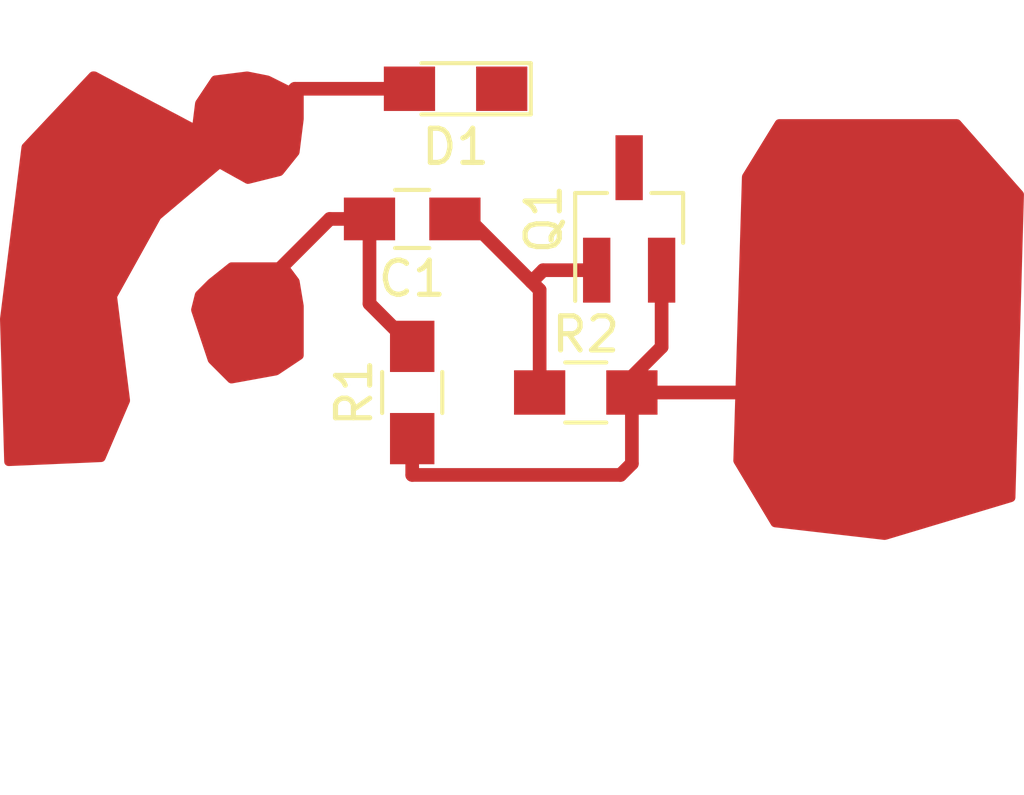
<source format=kicad_pcb>
(kicad_pcb (version 4) (host pcbnew 4.0.6)

  (general
    (links 7)
    (no_connects 2)
    (area 0 0 0 0)
    (thickness 1.6)
    (drawings 1)
    (tracks 21)
    (zones 0)
    (modules 5)
    (nets 5)
  )

  (page A4)
  (layers
    (0 F.Cu signal)
    (31 B.Cu signal)
    (32 B.Adhes user)
    (33 F.Adhes user)
    (34 B.Paste user)
    (35 F.Paste user)
    (36 B.SilkS user)
    (37 F.SilkS user)
    (38 B.Mask user)
    (39 F.Mask user)
    (40 Dwgs.User user)
    (41 Cmts.User user)
    (42 Eco1.User user)
    (43 Eco2.User user)
    (44 Edge.Cuts user)
    (45 Margin user)
    (46 B.CrtYd user)
    (47 F.CrtYd user)
    (48 B.Fab user)
    (49 F.Fab user)
  )

  (setup
    (last_trace_width 0.4)
    (trace_clearance 0.4)
    (zone_clearance 0.508)
    (zone_45_only no)
    (trace_min 0.2)
    (segment_width 0.2)
    (edge_width 0.15)
    (via_size 0.6)
    (via_drill 0.4)
    (via_min_size 0.4)
    (via_min_drill 0.3)
    (uvia_size 0.3)
    (uvia_drill 0.1)
    (uvias_allowed no)
    (uvia_min_size 0.2)
    (uvia_min_drill 0.1)
    (pcb_text_width 0.3)
    (pcb_text_size 1.5 1.5)
    (mod_edge_width 0.15)
    (mod_text_size 1 1)
    (mod_text_width 0.15)
    (pad_size 1.524 1.524)
    (pad_drill 0.762)
    (pad_to_mask_clearance 0.2)
    (aux_axis_origin 0 0)
    (visible_elements FFFFFF7F)
    (pcbplotparams
      (layerselection 0x00030_80000001)
      (usegerberextensions false)
      (excludeedgelayer true)
      (linewidth 0.100000)
      (plotframeref false)
      (viasonmask false)
      (mode 1)
      (useauxorigin false)
      (hpglpennumber 1)
      (hpglpenspeed 20)
      (hpglpendiameter 15)
      (hpglpenoverlay 2)
      (psnegative false)
      (psa4output false)
      (plotreference true)
      (plotvalue true)
      (plotinvisibletext false)
      (padsonsilk false)
      (subtractmaskfromsilk false)
      (outputformat 1)
      (mirror false)
      (drillshape 1)
      (scaleselection 1)
      (outputdirectory ""))
  )

  (net 0 "")
  (net 1 "Net-(C1-Pad1)")
  (net 2 IN)
  (net 3 OUT)
  (net 4 GND)

  (net_class Default "Это класс цепей по умолчанию."
    (clearance 0.4)
    (trace_width 0.4)
    (via_dia 0.6)
    (via_drill 0.4)
    (uvia_dia 0.3)
    (uvia_drill 0.1)
    (add_net GND)
    (add_net IN)
    (add_net "Net-(C1-Pad1)")
    (add_net OUT)
  )

  (module Capacitors_SMD:C_0805_HandSoldering (layer F.Cu) (tedit 58AA84A8) (tstamp 5A3932A5)
    (at 149.86 105.41 180)
    (descr "Capacitor SMD 0805, hand soldering")
    (tags "capacitor 0805")
    (path /5A392DB9)
    (attr smd)
    (fp_text reference C1 (at 0 -1.75 180) (layer F.SilkS)
      (effects (font (size 1 1) (thickness 0.15)))
    )
    (fp_text value C (at 0 1.75 180) (layer F.Fab)
      (effects (font (size 1 1) (thickness 0.15)))
    )
    (fp_text user %R (at 0 -1.75 180) (layer F.Fab)
      (effects (font (size 1 1) (thickness 0.15)))
    )
    (fp_line (start -1 0.62) (end -1 -0.62) (layer F.Fab) (width 0.1))
    (fp_line (start 1 0.62) (end -1 0.62) (layer F.Fab) (width 0.1))
    (fp_line (start 1 -0.62) (end 1 0.62) (layer F.Fab) (width 0.1))
    (fp_line (start -1 -0.62) (end 1 -0.62) (layer F.Fab) (width 0.1))
    (fp_line (start 0.5 -0.85) (end -0.5 -0.85) (layer F.SilkS) (width 0.12))
    (fp_line (start -0.5 0.85) (end 0.5 0.85) (layer F.SilkS) (width 0.12))
    (fp_line (start -2.25 -0.88) (end 2.25 -0.88) (layer F.CrtYd) (width 0.05))
    (fp_line (start -2.25 -0.88) (end -2.25 0.87) (layer F.CrtYd) (width 0.05))
    (fp_line (start 2.25 0.87) (end 2.25 -0.88) (layer F.CrtYd) (width 0.05))
    (fp_line (start 2.25 0.87) (end -2.25 0.87) (layer F.CrtYd) (width 0.05))
    (pad 1 smd rect (at -1.25 0 180) (size 1.5 1.25) (layers F.Cu F.Paste F.Mask)
      (net 1 "Net-(C1-Pad1)"))
    (pad 2 smd rect (at 1.25 0 180) (size 1.5 1.25) (layers F.Cu F.Paste F.Mask)
      (net 2 IN))
    (model Capacitors_SMD.3dshapes/C_0805.wrl
      (at (xyz 0 0 0))
      (scale (xyz 1 1 1))
      (rotate (xyz 0 0 0))
    )
  )

  (module LEDs:LED_0805_HandSoldering (layer F.Cu) (tedit 595FCA25) (tstamp 5A3932AB)
    (at 151.13 101.6 180)
    (descr "Resistor SMD 0805, hand soldering")
    (tags "resistor 0805")
    (path /5A392E41)
    (attr smd)
    (fp_text reference D1 (at 0 -1.7 180) (layer F.SilkS)
      (effects (font (size 1 1) (thickness 0.15)))
    )
    (fp_text value LED (at 0 1.75 180) (layer F.Fab)
      (effects (font (size 1 1) (thickness 0.15)))
    )
    (fp_line (start -0.4 -0.4) (end -0.4 0.4) (layer F.Fab) (width 0.1))
    (fp_line (start -0.4 0) (end 0.2 -0.4) (layer F.Fab) (width 0.1))
    (fp_line (start 0.2 0.4) (end -0.4 0) (layer F.Fab) (width 0.1))
    (fp_line (start 0.2 -0.4) (end 0.2 0.4) (layer F.Fab) (width 0.1))
    (fp_line (start -1 0.62) (end -1 -0.62) (layer F.Fab) (width 0.1))
    (fp_line (start 1 0.62) (end -1 0.62) (layer F.Fab) (width 0.1))
    (fp_line (start 1 -0.62) (end 1 0.62) (layer F.Fab) (width 0.1))
    (fp_line (start -1 -0.62) (end 1 -0.62) (layer F.Fab) (width 0.1))
    (fp_line (start 1 0.75) (end -2.2 0.75) (layer F.SilkS) (width 0.12))
    (fp_line (start -2.2 -0.75) (end 1 -0.75) (layer F.SilkS) (width 0.12))
    (fp_line (start -2.35 -0.9) (end 2.35 -0.9) (layer F.CrtYd) (width 0.05))
    (fp_line (start -2.35 -0.9) (end -2.35 0.9) (layer F.CrtYd) (width 0.05))
    (fp_line (start 2.35 0.9) (end 2.35 -0.9) (layer F.CrtYd) (width 0.05))
    (fp_line (start 2.35 0.9) (end -2.35 0.9) (layer F.CrtYd) (width 0.05))
    (fp_line (start -2.2 -0.75) (end -2.2 0.75) (layer F.SilkS) (width 0.12))
    (pad 1 smd rect (at -1.35 0 180) (size 1.5 1.3) (layers F.Cu F.Paste F.Mask)
      (net 3 OUT))
    (pad 2 smd rect (at 1.35 0 180) (size 1.5 1.3) (layers F.Cu F.Paste F.Mask)
      (net 2 IN))
    (model ${KISYS3DMOD}/LEDs.3dshapes/LED_0805.wrl
      (at (xyz 0 0 0))
      (scale (xyz 1 1 1))
      (rotate (xyz 0 0 0))
    )
  )

  (module TO_SOT_Packages_SMD:SOT-23_Handsoldering (layer F.Cu) (tedit 58CE4E7E) (tstamp 5A3932B2)
    (at 156.21 105.41 90)
    (descr "SOT-23, Handsoldering")
    (tags SOT-23)
    (path /5A3939D3)
    (attr smd)
    (fp_text reference Q1 (at 0 -2.5 90) (layer F.SilkS)
      (effects (font (size 1 1) (thickness 0.15)))
    )
    (fp_text value Q_NMOS_GSD (at 0 2.5 90) (layer F.Fab)
      (effects (font (size 1 1) (thickness 0.15)))
    )
    (fp_text user %R (at 0 0 180) (layer F.Fab)
      (effects (font (size 0.5 0.5) (thickness 0.075)))
    )
    (fp_line (start 0.76 1.58) (end 0.76 0.65) (layer F.SilkS) (width 0.12))
    (fp_line (start 0.76 -1.58) (end 0.76 -0.65) (layer F.SilkS) (width 0.12))
    (fp_line (start -2.7 -1.75) (end 2.7 -1.75) (layer F.CrtYd) (width 0.05))
    (fp_line (start 2.7 -1.75) (end 2.7 1.75) (layer F.CrtYd) (width 0.05))
    (fp_line (start 2.7 1.75) (end -2.7 1.75) (layer F.CrtYd) (width 0.05))
    (fp_line (start -2.7 1.75) (end -2.7 -1.75) (layer F.CrtYd) (width 0.05))
    (fp_line (start 0.76 -1.58) (end -2.4 -1.58) (layer F.SilkS) (width 0.12))
    (fp_line (start -0.7 -0.95) (end -0.7 1.5) (layer F.Fab) (width 0.1))
    (fp_line (start -0.15 -1.52) (end 0.7 -1.52) (layer F.Fab) (width 0.1))
    (fp_line (start -0.7 -0.95) (end -0.15 -1.52) (layer F.Fab) (width 0.1))
    (fp_line (start 0.7 -1.52) (end 0.7 1.52) (layer F.Fab) (width 0.1))
    (fp_line (start -0.7 1.52) (end 0.7 1.52) (layer F.Fab) (width 0.1))
    (fp_line (start 0.76 1.58) (end -0.7 1.58) (layer F.SilkS) (width 0.12))
    (pad 1 smd rect (at -1.5 -0.95 90) (size 1.9 0.8) (layers F.Cu F.Paste F.Mask)
      (net 1 "Net-(C1-Pad1)"))
    (pad 2 smd rect (at -1.5 0.95 90) (size 1.9 0.8) (layers F.Cu F.Paste F.Mask)
      (net 4 GND))
    (pad 3 smd rect (at 1.5 0 90) (size 1.9 0.8) (layers F.Cu F.Paste F.Mask)
      (net 3 OUT))
    (model ${KISYS3DMOD}/TO_SOT_Packages_SMD.3dshapes\SOT-23.wrl
      (at (xyz 0 0 0))
      (scale (xyz 1 1 1))
      (rotate (xyz 0 0 0))
    )
  )

  (module Resistors_SMD:R_0805_HandSoldering (layer F.Cu) (tedit 58E0A804) (tstamp 5A3932B8)
    (at 149.86 110.49 90)
    (descr "Resistor SMD 0805, hand soldering")
    (tags "resistor 0805")
    (path /5A393390)
    (attr smd)
    (fp_text reference R1 (at 0 -1.7 90) (layer F.SilkS)
      (effects (font (size 1 1) (thickness 0.15)))
    )
    (fp_text value R (at 0 1.75 90) (layer F.Fab)
      (effects (font (size 1 1) (thickness 0.15)))
    )
    (fp_text user %R (at 0 0 90) (layer F.Fab)
      (effects (font (size 0.5 0.5) (thickness 0.075)))
    )
    (fp_line (start -1 0.62) (end -1 -0.62) (layer F.Fab) (width 0.1))
    (fp_line (start 1 0.62) (end -1 0.62) (layer F.Fab) (width 0.1))
    (fp_line (start 1 -0.62) (end 1 0.62) (layer F.Fab) (width 0.1))
    (fp_line (start -1 -0.62) (end 1 -0.62) (layer F.Fab) (width 0.1))
    (fp_line (start 0.6 0.88) (end -0.6 0.88) (layer F.SilkS) (width 0.12))
    (fp_line (start -0.6 -0.88) (end 0.6 -0.88) (layer F.SilkS) (width 0.12))
    (fp_line (start -2.35 -0.9) (end 2.35 -0.9) (layer F.CrtYd) (width 0.05))
    (fp_line (start -2.35 -0.9) (end -2.35 0.9) (layer F.CrtYd) (width 0.05))
    (fp_line (start 2.35 0.9) (end 2.35 -0.9) (layer F.CrtYd) (width 0.05))
    (fp_line (start 2.35 0.9) (end -2.35 0.9) (layer F.CrtYd) (width 0.05))
    (pad 1 smd rect (at -1.35 0 90) (size 1.5 1.3) (layers F.Cu F.Paste F.Mask)
      (net 4 GND))
    (pad 2 smd rect (at 1.35 0 90) (size 1.5 1.3) (layers F.Cu F.Paste F.Mask)
      (net 2 IN))
    (model ${KISYS3DMOD}/Resistors_SMD.3dshapes/R_0805.wrl
      (at (xyz 0 0 0))
      (scale (xyz 1 1 1))
      (rotate (xyz 0 0 0))
    )
  )

  (module Resistors_SMD:R_0805_HandSoldering (layer F.Cu) (tedit 58E0A804) (tstamp 5A3932BE)
    (at 154.94 110.49)
    (descr "Resistor SMD 0805, hand soldering")
    (tags "resistor 0805")
    (path /5A392E6E)
    (attr smd)
    (fp_text reference R2 (at 0 -1.7) (layer F.SilkS)
      (effects (font (size 1 1) (thickness 0.15)))
    )
    (fp_text value R (at 0 1.75) (layer F.Fab)
      (effects (font (size 1 1) (thickness 0.15)))
    )
    (fp_text user %R (at 0 0) (layer F.Fab)
      (effects (font (size 0.5 0.5) (thickness 0.075)))
    )
    (fp_line (start -1 0.62) (end -1 -0.62) (layer F.Fab) (width 0.1))
    (fp_line (start 1 0.62) (end -1 0.62) (layer F.Fab) (width 0.1))
    (fp_line (start 1 -0.62) (end 1 0.62) (layer F.Fab) (width 0.1))
    (fp_line (start -1 -0.62) (end 1 -0.62) (layer F.Fab) (width 0.1))
    (fp_line (start 0.6 0.88) (end -0.6 0.88) (layer F.SilkS) (width 0.12))
    (fp_line (start -0.6 -0.88) (end 0.6 -0.88) (layer F.SilkS) (width 0.12))
    (fp_line (start -2.35 -0.9) (end 2.35 -0.9) (layer F.CrtYd) (width 0.05))
    (fp_line (start -2.35 -0.9) (end -2.35 0.9) (layer F.CrtYd) (width 0.05))
    (fp_line (start 2.35 0.9) (end 2.35 -0.9) (layer F.CrtYd) (width 0.05))
    (fp_line (start 2.35 0.9) (end -2.35 0.9) (layer F.CrtYd) (width 0.05))
    (pad 1 smd rect (at -1.35 0) (size 1.5 1.3) (layers F.Cu F.Paste F.Mask)
      (net 1 "Net-(C1-Pad1)"))
    (pad 2 smd rect (at 1.35 0) (size 1.5 1.3) (layers F.Cu F.Paste F.Mask)
      (net 4 GND))
    (model ${KISYS3DMOD}/Resistors_SMD.3dshapes/R_0805.wrl
      (at (xyz 0 0 0))
      (scale (xyz 1 1 1))
      (rotate (xyz 0 0 0))
    )
  )

  (dimension 25.146 (width 0.3) (layer Cmts.User)
    (gr_text "25.146 мм" (at 152.527 122.889) (layer Cmts.User)
      (effects (font (size 1.5 1.5) (thickness 0.3)))
    )
    (feature1 (pts (xy 165.1 106.172) (xy 165.1 124.239)))
    (feature2 (pts (xy 139.954 106.172) (xy 139.954 124.239)))
    (crossbar (pts (xy 139.954 121.539) (xy 165.1 121.539)))
    (arrow1a (pts (xy 165.1 121.539) (xy 163.973496 122.125421)))
    (arrow1b (pts (xy 165.1 121.539) (xy 163.973496 120.952579)))
    (arrow2a (pts (xy 139.954 121.539) (xy 141.080504 122.125421)))
    (arrow2b (pts (xy 139.954 121.539) (xy 141.080504 120.952579)))
  )

  (segment (start 155.26 106.91) (end 153.694 106.91) (width 0.4) (layer F.Cu) (net 1))
  (segment (start 153.694 106.91) (end 153.3525 107.2515) (width 0.4) (layer F.Cu) (net 1) (tstamp 5A393556))
  (segment (start 151.11 105.41) (end 151.511 105.41) (width 0.4) (layer F.Cu) (net 1))
  (segment (start 151.511 105.41) (end 153.3525 107.2515) (width 0.4) (layer F.Cu) (net 1) (tstamp 5A39354E))
  (segment (start 153.3525 107.2515) (end 153.59 107.489) (width 0.4) (layer F.Cu) (net 1) (tstamp 5A39355A))
  (segment (start 153.59 107.489) (end 153.59 110.49) (width 0.4) (layer F.Cu) (net 1) (tstamp 5A393550))
  (segment (start 148.61 105.41) (end 147.447 105.41) (width 0.4) (layer F.Cu) (net 2))
  (segment (start 145.796 107.061) (end 145.796 107.188) (width 0.4) (layer F.Cu) (net 2) (tstamp 5A393548))
  (segment (start 147.447 105.41) (end 145.796 107.061) (width 0.4) (layer F.Cu) (net 2) (tstamp 5A393545))
  (segment (start 148.61 105.41) (end 148.61 107.89) (width 0.4) (layer F.Cu) (net 2))
  (segment (start 148.61 107.89) (end 149.86 109.14) (width 0.4) (layer F.Cu) (net 2) (tstamp 5A393532))
  (segment (start 149.78 101.6) (end 146.431 101.6) (width 0.4) (layer F.Cu) (net 2))
  (segment (start 146.431 101.6) (end 145.923 102.108) (width 0.4) (layer F.Cu) (net 2) (tstamp 5A39352A))
  (segment (start 156.29 110.49) (end 160.528 110.49) (width 0.4) (layer F.Cu) (net 4) (status 400000))
  (segment (start 160.528 110.49) (end 160.909 110.871) (width 0.4) (layer F.Cu) (net 4) (tstamp 5A393671))
  (segment (start 149.86 111.84) (end 149.86 112.903) (width 0.4) (layer F.Cu) (net 4))
  (segment (start 156.29 112.569) (end 156.29 110.029) (width 0.4) (layer F.Cu) (net 4) (tstamp 5A393563))
  (segment (start 155.956 112.903) (end 156.29 112.569) (width 0.4) (layer F.Cu) (net 4) (tstamp 5A39355F))
  (segment (start 149.86 112.903) (end 155.956 112.903) (width 0.4) (layer F.Cu) (net 4) (tstamp 5A39355E))
  (segment (start 156.29 110.029) (end 157.16 109.159) (width 0.4) (layer F.Cu) (net 4) (tstamp 5A393565))
  (segment (start 157.16 109.159) (end 157.16 106.91) (width 0.4) (layer F.Cu) (net 4) (tstamp 5A393568))

  (zone (net 2) (net_name IN) (layer F.Cu) (tstamp 5A393451) (hatch edge 0.508)
    (connect_pads (clearance 0.508))
    (min_thickness 0.254)
    (fill yes (arc_segments 16) (thermal_gap 0.508) (thermal_bridge_width 0.508))
    (polygon
      (pts
        (xy 143.891 107.188) (xy 144.526 106.68) (xy 145.669 106.68) (xy 146.177 106.68) (xy 146.558 107.188)
        (xy 146.685 107.95) (xy 146.685 109.474) (xy 145.923 109.982) (xy 144.526 110.236) (xy 143.891 109.601)
        (xy 143.383 108.077) (xy 143.51 107.569)
      )
    )
    (filled_polygon
      (pts
        (xy 146.437819 107.239425) (xy 146.558 107.960511) (xy 146.558 109.406032) (xy 145.874422 109.861751) (xy 144.568751 110.099145)
        (xy 144.002002 109.532396) (xy 143.515178 108.071923) (xy 143.624676 107.63393) (xy 143.975836 107.28277) (xy 144.570549 106.807)
        (xy 146.1135 106.807)
      )
    )
  )
  (zone (net 2) (net_name IN) (layer F.Cu) (tstamp 5A393494) (hatch edge 0.508)
    (connect_pads (clearance 0.508))
    (min_thickness 0.254)
    (fill yes (arc_segments 16) (thermal_gap 0.508) (thermal_bridge_width 0.508))
    (polygon
      (pts
        (xy 143.432924 102.597607) (xy 143.51 101.981) (xy 144.018 101.219) (xy 145.034 101.092) (xy 145.669 101.219)
        (xy 146.685 101.727) (xy 146.685 102.489) (xy 146.558 103.505) (xy 146.05 104.14) (xy 145.034 104.394)
        (xy 144.230552 103.94764) (xy 142.494 105.41) (xy 141.224 107.696) (xy 141.605 110.744) (xy 140.843 112.522)
        (xy 137.922 112.649) (xy 137.795 108.331) (xy 138.43 103.251) (xy 140.462 101.092) (xy 140.589 101.092)
      )
    )
    (filled_polygon
      (pts
        (xy 143.373502 102.709848) (xy 143.421852 102.724123) (xy 143.471946 102.718463) (xy 143.515892 102.69376) (xy 143.546764 102.653905)
        (xy 143.558943 102.613359) (xy 143.6323 102.026502) (xy 144.091428 101.337809) (xy 145.0293 101.220575) (xy 145.627418 101.340199)
        (xy 146.558 101.80549) (xy 146.558 102.481096) (xy 146.436429 103.453665) (xy 145.97761 104.027189) (xy 145.051844 104.25863)
        (xy 144.292229 103.836622) (xy 144.244177 103.821373) (xy 144.193979 103.82602) (xy 144.148747 103.850496) (xy 142.412195 105.312856)
        (xy 142.382982 105.348323) (xy 141.112982 107.634323) (xy 141.097733 107.682375) (xy 141.097981 107.711752) (xy 141.474712 110.725604)
        (xy 140.757719 112.398588) (xy 138.045159 112.516525) (xy 137.922233 108.337043) (xy 138.55088 103.307868) (xy 140.516873 101.219)
        (xy 140.557456 101.219)
      )
    )
  )
  (zone (net 4) (net_name GND) (layer F.Cu) (tstamp 5A393657) (hatch edge 0.508)
    (connect_pads (clearance 0.508))
    (min_thickness 0.254)
    (fill yes (arc_segments 16) (thermal_gap 0.508) (thermal_bridge_width 0.508))
    (polygon
      (pts
        (xy 159.512 104.14) (xy 160.528 102.489) (xy 165.862 102.489) (xy 167.767 104.648) (xy 167.513 113.665)
        (xy 163.703 114.808) (xy 160.401 114.427) (xy 159.258 112.522)
      )
    )
    (filled_polygon
      (pts
        (xy 167.63864 104.694478) (xy 167.388633 113.569718) (xy 163.691567 114.678838) (xy 160.477712 114.308009) (xy 159.386071 112.488607)
        (xy 159.637916 104.177708) (xy 160.598967 102.616) (xy 165.804689 102.616)
      )
    )
  )
)

</source>
